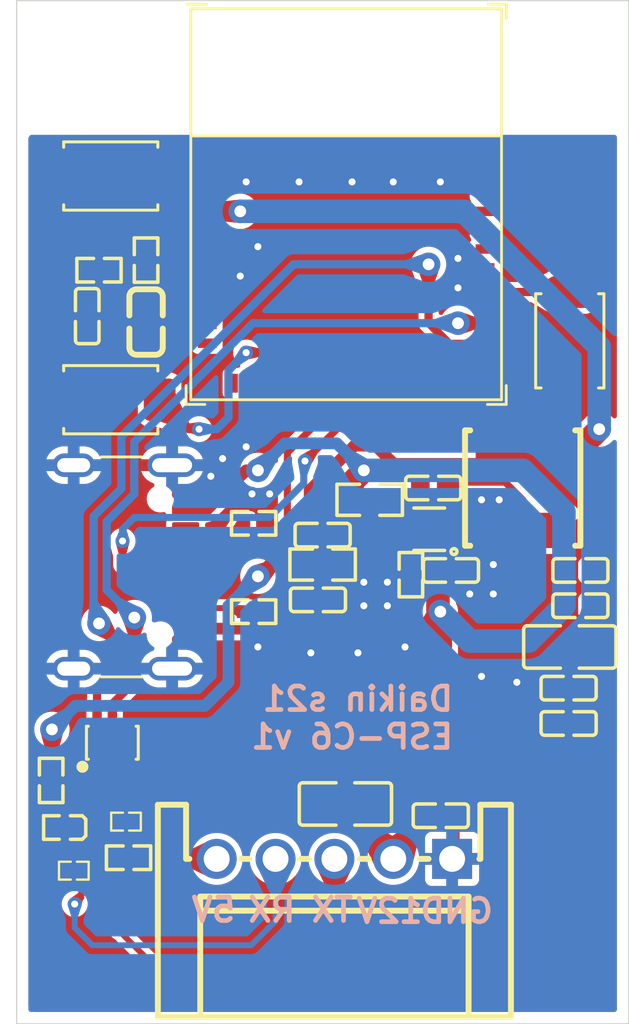
<source format=kicad_pcb>
(kicad_pcb (version 20241229) (generator "pcbnew") (generator_version "9.0")
  (layers (0 "F.Cu" signal) (2 "B.Cu" signal) (13 "F.Paste" user) (15 "B.Paste" user) (5 "F.SilkS" user "F.Silkscreen") (7 "B.SilkS" user "B.Silkscreen") (1 "F.Mask" user) (3 "B.Mask" user) (25 "Edge.Cuts" user))
  (net 0 "")
  (net 1 "Net-(BootSwitch1-A)")
  (net 2 "GND")
  (net 3 "Net-(ResetSwitch1-A)")
  (net 4 "Net-(U1-VBST)")
  (net 5 "Net-(U1-SW)")
  (net 6 "Net-(U1-VFB)")
  (net 8 "Net-(D4-K)")
  (net 9 "Net-(D4-A)")
  (net 10 "Net-(MatterSwitch1-A)")
  (net 11 "Net-(U2-EN{slash}CHIP_PU)")
  (net 12 "Net-(U1-EN)")
  (net 26 "Net-(U2-GPIO13{slash}USB_D+)")
  (net 36 "Net-(J1-Pin_5)")
  (net 37 "Net-(U2-GPIO12{slash}USB_D-)")
  (net 38 "/3.3V")
  (net 39 "/12V")
  (net 40 "/Pin 3")
  (net 41 "/TX")
  (net 42 "/RX")
  (net 44 "Net-(J2-CC2)")
  (net 45 "Net-(J2-CC1)")
  (footprint "JLCPCB:SW_TS-1088-AR02016" (layer "F.Cu") (at 61.5 81.5 180)
    (property "Reference" "BootSwitch1" (hide yes))
    (property "Value" "Tactile Button, 160gf" (hide yes))
    (pad "1" smd roundrect (at -2.075 0 180) (size 1.35 1.8) (layers "F.Cu" "F.Mask" "F.Paste") (roundrect_rratio 0.1851851852) (net 1 "Net-(BootSwitch1-A)"))
    (pad "2" smd roundrect (at 2.075 0 180) (size 1.35 1.8) (layers "F.Cu" "F.Mask" "F.Paste") (roundrect_rratio 0.1851851852) (net 2 "GND"))
  )
  (footprint "EasyEDA2kiCad:C0402" (layer "F.Cu") (at 81.45 90.25)
    (property "Reference" "C4" (hide yes))
    (property "Value" "100nF" (hide yes))
    (pad "1" smd rect (at -0.55 0) (size 0.79 0.54) (layers "F.Cu" "F.Mask" "F.Paste") (net 2 "GND"))
    (pad "2" smd rect (at 0.55 0) (size 0.79 0.54) (layers "F.Cu" "F.Mask" "F.Paste") (net 38 "/3.3V"))
  )
  (footprint "EasyEDA2kiCad:DFN1006-2L_L1.0-W0.6-P0.65-BI" (layer "F.Cu") (at 62.1475 99.4175 180)
    (property "Reference" "D2" (hide yes))
    (property "Value" "~" (hide yes))
    (pad "1" smd rect (at -0.32 0 180) (size 0.35 0.6) (layers "F.Cu" "F.Mask" "F.Paste") (net 2 "GND"))
    (pad "2" smd rect (at 0.32 0 180) (size 0.35 0.6) (layers "F.Cu" "F.Mask" "F.Paste") (net 40 "/Pin 3"))
  )
  (footprint "EasyEDA2kiCad:DFN1006-2L_L1.0-W0.6-P0.65-BI" (layer "F.Cu") (at 59.93 101.5)
    (property "Reference" "D3" (hide yes))
    (property "Value" "~" (hide yes))
    (pad "1" smd rect (at -0.32 0) (size 0.35 0.6) (layers "F.Cu" "F.Mask" "F.Paste") (net 2 "GND"))
    (pad "2" smd rect (at 0.32 0) (size 0.35 0.6) (layers "F.Cu" "F.Mask" "F.Paste") (net 8 "Net-(D4-K)"))
  )
  (footprint "EasyEDA2kiCad:SOT-363_L2.0-W1.3-P0.65-LS2.1-BR" (layer "F.Cu") (at 61.5675 96.0675 -90)
    (property "Reference" "Q1" (hide yes))
    (property "Value" "BSS138PS" (hide yes))
    (pad "1" smd rect (at 0.9 0.65) (size 0.4 0.9) (layers "F.Cu" "F.Mask" "F.Paste") (net 2 "GND"))
    (pad "2" smd rect (at 0.9 0) (size 0.4 0.9) (layers "F.Cu" "F.Mask" "F.Paste") (net 8 "Net-(D4-K)"))
    (pad "3" smd rect (at 0.9 -0.65) (size 0.4 0.9) (layers "F.Cu" "F.Mask" "F.Paste") (net 40 "/Pin 3"))
    (pad "4" smd rect (at -0.9 -0.65) (size 0.4 0.9) (layers "F.Cu" "F.Mask" "F.Paste") (net 2 "GND"))
    (pad "5" smd rect (at -0.9 0) (size 0.4 0.9) (layers "F.Cu" "F.Mask" "F.Paste") (net 41 "/TX"))
    (pad "6" smd rect (at -0.9 0.65) (size 0.4 0.9) (layers "F.Cu" "F.Mask" "F.Paste") (net 42 "/RX"))
  )
  (footprint "EasyEDA2kiCad:C0402" (layer "F.Cu") (at 75.2 85.25)
    (property "Reference" "C18" (hide yes))
    (property "Value" "100nF" (hide yes))
    (pad "1" smd rect (at -0.55 0) (size 0.79 0.54) (layers "F.Cu" "F.Mask" "F.Paste") (net 4 "Net-(U1-VBST)"))
    (pad "2" smd rect (at 0.55 0) (size 0.79 0.54) (layers "F.Cu" "F.Mask" "F.Paste") (net 5 "Net-(U1-SW)"))
  )
  (footprint "EasyEDA2kiCad:IND-SMD_L4.9-W4.9_NRS50XX" (layer "F.Cu") (at 79 85.25 90)
    (property "Reference" "L1" (hide yes))
    (property "Value" "4.7uH" (hide yes))
    (pad "1" smd rect (at -1.8 0 90) (size 1.5 4) (layers "F.Cu" "F.Mask" "F.Paste") (net 5 "Net-(U1-SW)"))
    (pad "2" smd rect (at 1.8 0 90) (size 1.5 4) (layers "F.Cu" "F.Mask" "F.Paste") (net 38 "/3.3V"))
  )
  (footprint "EasyEDA2kiCad:R0402" (layer "F.Cu") (at 67.57 86.75)
    (property "Reference" "R4" (hide yes))
    (property "Value" "5.1k" (hide yes))
    (pad "1" smd rect (at -0.43 0) (size 0.57 0.54) (layers "F.Cu" "F.Mask" "F.Paste") (net 45 "Net-(J2-CC1)"))
    (pad "2" smd rect (at 0.43 0) (size 0.57 0.54) (layers "F.Cu" "F.Mask" "F.Paste") (net 2 "GND"))
  )
  (footprint "EasyEDA2kiCad:C0805" (layer "F.Cu") (at 81 92 180)
    (property "Reference" "C15" (hide yes))
    (property "Value" "47uF 6V3" (hide yes))
    (pad "1" smd rect (at -1 0 180) (size 1.41 1.35) (layers "F.Cu" "F.Mask" "F.Paste") (net 38 "/3.3V"))
    (pad "2" smd rect (at 1 0 180) (size 1.41 1.35) (layers "F.Cu" "F.Mask" "F.Paste") (net 2 "GND"))
  )
  (footprint "EasyEDA2kiCad:R0402" (layer "F.Cu") (at 67.57 90.5)
    (property "Reference" "R7" (hide yes))
    (property "Value" "5.1k" (hide yes))
    (pad "1" smd rect (at -0.43 0) (size 0.57 0.54) (layers "F.Cu" "F.Mask" "F.Paste") (net 44 "Net-(J2-CC2)"))
    (pad "2" smd rect (at 0.43 0) (size 0.57 0.54) (layers "F.Cu" "F.Mask" "F.Paste") (net 2 "GND"))
  )
  (footprint "EasyEDA2kiCad:R0402" (layer "F.Cu") (at 58.9675 97.6675 -90)
    (property "Reference" "R2" (hide yes))
    (property "Value" "10k" (hide yes))
    (pad "1" smd rect (at -0.43 0 270) (size 0.57 0.54) (layers "F.Cu" "F.Mask" "F.Paste") (net 38 "/3.3V"))
    (pad "2" smd rect (at 0.43 0 270) (size 0.57 0.54) (layers "F.Cu" "F.Mask" "F.Paste") (net 9 "Net-(D4-A)"))
  )
  (footprint "EasyEDA2kiCad:R0402" (layer "F.Cu") (at 74.25 88.93 -90)
    (property "Reference" "R8" (hide yes))
    (property "Value" "33k 1%" (hide yes))
    (pad "1" smd rect (at -0.43 0 270) (size 0.57 0.54) (layers "F.Cu" "F.Mask" "F.Paste") (net 6 "Net-(U1-VFB)"))
    (pad "2" smd rect (at 0.43 0 270) (size 0.57 0.54) (layers "F.Cu" "F.Mask" "F.Paste") (net 2 "GND"))
  )
  (footprint "EasyEDA2kiCad:C0402" (layer "F.Cu") (at 81.45 88.75)
    (property "Reference" "C2" (hide yes))
    (property "Value" "100nF" (hide yes))
    (pad "1" smd rect (at -0.55 0) (size 0.79 0.54) (layers "F.Cu" "F.Mask" "F.Paste") (net 2 "GND"))
    (pad "2" smd rect (at 0.55 0) (size 0.79 0.54) (layers "F.Cu" "F.Mask" "F.Paste") (net 38 "/3.3V"))
  )
  (footprint "JLCPCB:SW_TS-1088-AR02016" (layer "F.Cu") (at 81 79 -90)
    (property "Reference" "MatterSwitch1" (hide yes))
    (property "Value" "Tactile Button, 160gf" (hide yes))
    (pad "1" smd roundrect (at -2.075 0 270) (size 1.35 1.8) (layers "F.Cu" "F.Mask" "F.Paste") (roundrect_rratio 0.1851851852) (net 10 "Net-(MatterSwitch1-A)"))
    (pad "2" smd roundrect (at 2.075 0 270) (size 1.35 1.8) (layers "F.Cu" "F.Mask" "F.Paste") (roundrect_rratio 0.1851851852) (net 2 "GND"))
  )
  (footprint "EasyEDA2kiCad:C0402" (layer "F.Cu") (at 80.95 93.75)
    (property "Reference" "C7" (hide yes))
    (property "Value" "100nF" (hide yes))
    (pad "1" smd rect (at -0.55 0) (size 0.79 0.54) (layers "F.Cu" "F.Mask" "F.Paste") (net 2 "GND"))
    (pad "2" smd rect (at 0.55 0) (size 0.79 0.54) (layers "F.Cu" "F.Mask" "F.Paste") (net 38 "/3.3V"))
  )
  (footprint "EasyEDA2kiCad:CONN-TH_S5B-EH-LF-SN" (layer "F.Cu") (at 71 101 180)
    (property "Reference" "J1" (hide yes))
    (property "Value" "1x5" (hide yes))
    (pad "1" thru_hole rect (at -5 0 180) (size 1.7 1.7) (drill 1.100023) (layers "*.Cu" "*.Mask") (net 2 "GND"))
    (pad "2" thru_hole circle (at -2.5 0 180) (size 1.7 1.7) (drill 1.100023) (layers "*.Cu" "*.Mask") (net 39 "/12V"))
    (pad "3" thru_hole circle (at 0 0 180) (size 1.7 1.7) (drill 1.100023) (layers "*.Cu" "*.Mask") (net 40 "/Pin 3"))
    (pad "4" thru_hole circle (at 2.5 0 180) (size 1.7 1.7) (drill 1.100023) (layers "*.Cu" "*.Mask") (net 8 "Net-(D4-K)"))
    (pad "5" thru_hole circle (at 5 0 180) (size 1.7 1.7) (drill 1.100023) (layers "*.Cu" "*.Mask") (net 36 "Net-(J1-Pin_5)"))
  )
  (footprint "EasyEDA2kiCad:C0402" (layer "F.Cu") (at 70.3 90 180)
    (property "Reference" "C1" (hide yes))
    (property "Value" "100nF" (hide yes))
    (pad "1" smd rect (at -0.55 0 180) (size 0.79 0.54) (layers "F.Cu" "F.Mask" "F.Paste") (net 2 "GND"))
    (pad "2" smd rect (at 0.55 0 180) (size 0.79 0.54) (layers "F.Cu" "F.Mask" "F.Paste") (net 38 "/3.3V"))
  )
  (footprint "EasyEDA2kiCad:C0402" (layer "F.Cu") (at 75.95 88.75)
    (property "Reference" "C16" (hide yes))
    (property "Value" "100nF 25V" (hide yes))
    (pad "1" smd rect (at -0.55 0) (size 0.79 0.54) (layers "F.Cu" "F.Mask" "F.Paste") (net 39 "/12V"))
    (pad "2" smd rect (at 0.55 0) (size 0.79 0.54) (layers "F.Cu" "F.Mask" "F.Paste") (net 2 "GND"))
  )
  (footprint "EasyEDA2kiCad:R0402" (layer "F.Cu") (at 61 76)
    (property "Reference" "R9" (hide yes))
    (property "Value" "220" (hide yes))
    (pad "1" smd rect (at -0.43 0) (size 0.57 0.54) (layers "F.Cu" "F.Mask" "F.Paste") (net 3 "Net-(ResetSwitch1-A)"))
    (pad "2" smd rect (at 0.43 0) (size 0.57 0.54) (layers "F.Cu" "F.Mask" "F.Paste") (net 11 "Net-(U2-EN{slash}CHIP_PU)"))
  )
  (footprint "EasyEDA2kiCad:SOT-5X3-6_L1.6-W1.2-P0.50-LS1.6-BR" (layer "F.Cu") (at 75.03 87)
    (property "Reference" "U1" (hide yes))
    (property "Value" "TPS562246" (hide yes))
    (pad "1" smd rect (at 0.72 0.5 90) (size 0.3 0.85) (layers "F.Cu" "F.Mask" "F.Paste") (net 39 "/12V"))
    (pad "2" smd rect (at 0.72 0 90) (size 0.3 0.85) (layers "F.Cu" "F.Mask" "F.Paste") (net 5 "Net-(U1-SW)"))
    (pad "3" smd rect (at 0.72 -0.5 90) (size 0.3 0.85) (layers "F.Cu" "F.Mask" "F.Paste") (net 2 "GND"))
    (pad "4" smd rect (at -0.72 -0.5 90) (size 0.3 0.85) (layers "F.Cu" "F.Mask" "F.Paste") (net 4 "Net-(U1-VBST)"))
    (pad "5" smd rect (at -0.72 0 90) (size 0.3 0.85) (layers "F.Cu" "F.Mask" "F.Paste") (net 12 "Net-(U1-EN)"))
    (pad "6" smd rect (at -0.72 0.5 90) (size 0.3 0.85) (layers "F.Cu" "F.Mask" "F.Paste") (net 6 "Net-(U1-VFB)"))
  )
  (footprint "Espressif:ESP32-C6-MINI-1" (layer "F.Cu") (at 71.5 73.2)
    (property "Reference" "U2" (hide yes))
    (property "Value" "ESP32-C6-MINI-1/U" (hide yes))
    (pad "1" smd rect (at -5.9 -1.3 90) (size 0.4 0.8) (layers "F.Cu" "F.Mask" "F.Paste") (net 2 "GND"))
    (pad "2" smd rect (at -5.9 -0.5 90) (size 0.4 0.8) (layers "F.Cu" "F.Mask" "F.Paste") (net 2 "GND"))
    (pad "3" smd rect (at -5.9 0.3 90) (size 0.4 0.8) (layers "F.Cu" "F.Mask" "F.Paste") (net 38 "/3.3V"))
    (pad "4" smd rect (at -5.9 1.1 90) (size 0.4 0.8) (layers "F.Cu" "F.Mask" "F.Paste"))
    (pad "5" smd rect (at -5.9 1.9 90) (size 0.4 0.8) (layers "F.Cu" "F.Mask" "F.Paste"))
    (pad "6" smd rect (at -5.9 2.7 90) (size 0.4 0.8) (layers "F.Cu" "F.Mask" "F.Paste"))
    (pad "7" smd rect (at -5.9 3.5 90) (size 0.4 0.8) (layers "F.Cu" "F.Mask" "F.Paste"))
    (pad "8" smd rect (at -5.9 4.3 90) (size 0.4 0.8) (layers "F.Cu" "F.Mask" "F.Paste") (net 11 "Net-(U2-EN{slash}CHIP_PU)"))
    (pad "9" smd rect (at -5.9 5.1 90) (size 0.4 0.8) (layers "F.Cu" "F.Mask" "F.Paste"))
    (pad "10" smd rect (at -5.9 5.9 90) (size 0.4 0.8) (layers "F.Cu" "F.Mask" "F.Paste"))
    (pad "11" smd rect (at -5.9 6.7 90) (size 0.4 0.8) (layers "F.Cu" "F.Mask" "F.Paste") (net 2 "GND"))
    (pad "12" smd rect (at -4.8 7.6) (size 0.4 0.8) (layers "F.Cu" "F.Mask" "F.Paste"))
    (pad "13" smd rect (at -4 7.6) (size 0.4 0.8) (layers "F.Cu" "F.Mask" "F.Paste"))
    (pad "14" smd rect (at -3.2 7.6) (size 0.4 0.8) (layers "F.Cu" "F.Mask" "F.Paste") (net 2 "GND"))
    (pad "15" smd rect (at -2.4 7.6) (size 0.4 0.8) (layers "F.Cu" "F.Mask" "F.Paste"))
    (pad "16" smd rect (at -1.6 7.6) (size 0.4 0.8) (layers "F.Cu" "F.Mask" "F.Paste"))
    (pad "17" smd rect (at -0.8 7.6) (size 0.4 0.8) (layers "F.Cu" "F.Mask" "F.Paste") (net 37 "Net-(U2-GPIO12{slash}USB_D-)"))
    (pad "18" smd rect (at 0 7.6) (size 0.4 0.8) (layers "F.Cu" "F.Mask" "F.Paste") (net 26 "Net-(U2-GPIO13{slash}USB_D+)"))
    (pad "19" smd rect (at 0.8 7.6) (size 0.4 0.8) (layers "F.Cu" "F.Mask" "F.Paste"))
    (pad "20" smd rect (at 1.6 7.6) (size 0.4 0.8) (layers "F.Cu" "F.Mask" "F.Paste"))
    (pad "21" smd rect (at 2.4 7.6) (size 0.4 0.8) (layers "F.Cu" "F.Mask" "F.Paste"))
    (pad "22" smd rect (at 3.2 7.6) (size 0.4 0.8) (layers "F.Cu" "F.Mask" "F.Paste"))
    (pad "23" smd rect (at 4 7.6) (size 0.4 0.8) (layers "F.Cu" "F.Mask" "F.Paste") (net 1 "Net-(BootSwitch1-A)"))
    (pad "24" smd rect (at 4.8 7.6) (size 0.4 0.8) (layers "F.Cu" "F.Mask" "F.Paste"))
    (pad "25" smd rect (at 5.9 6.7 90) (size 0.4 0.8) (layers "F.Cu" "F.Mask" "F.Paste"))
    (pad "26" smd rect (at 5.9 5.9 90) (size 0.4 0.8) (layers "F.Cu" "F.Mask" "F.Paste") (net 42 "/RX"))
    (pad "27" smd rect (at 5.9 5.1 90) (size 0.4 0.8) (layers "F.Cu" "F.Mask" "F.Paste") (net 41 "/TX"))
    (pad "28" smd rect (at 5.9 4.3 90) (size 0.4 0.8) (layers "F.Cu" "F.Mask" "F.Paste"))
    (pad "29" smd rect (at 5.9 3.5 90) (size 0.4 0.8) (layers "F.Cu" "F.Mask" "F.Paste") (net 10 "Net-(MatterSwitch1-A)"))
    (pad "30" smd rect (at 5.9 2.7 90) (size 0.4 0.8) (layers "F.Cu" "F.Mask" "F.Paste"))
    (pad "31" smd rect (at 5.9 1.9 90) (size 0.4 0.8) (layers "F.Cu" "F.Mask" "F.Paste"))
    (pad "32" smd rect (at 5.9 1.1 90) (size 0.4 0.8) (layers "F.Cu" "F.Mask" "F.Paste"))
    (pad "33" smd rect (at 5.9 0.3 90) (size 0.4 0.8) (layers "F.Cu" "F.Mask" "F.Paste"))
    (pad "34" smd rect (at 5.9 -0.5 90) (size 0.4 0.8) (layers "F.Cu" "F.Mask" "F.Paste"))
    (pad "35" smd rect (at 5.9 -1.3 90) (size 0.4 0.8) (layers "F.Cu" "F.Mask" "F.Paste"))
    (pad "36" smd rect (at 4.8 -2.2) (size 0.4 0.8) (layers "F.Cu" "F.Mask" "F.Paste") (net 2 "GND"))
    (pad "37" smd rect (at 4 -2.2) (size 0.4 0.8) (layers "F.Cu" "F.Mask" "F.Paste") (net 2 "GND"))
    (pad "38" smd rect (at 3.2 -2.2) (size 0.4 0.8) (layers "F.Cu" "F.Mask" "F.Paste") (net 2 "GND"))
    (pad "39" smd rect (at 2.4 -2.2) (size 0.4 0.8) (layers "F.Cu" "F.Mask" "F.Paste") (net 2 "GND"))
    (pad "40" smd rect (at 1.6 -2.2) (size 0.4 0.8) (layers "F.Cu" "F.Mask" "F.Paste") (net 2 "GND"))
    (pad "41" smd rect (at 0.8 -2.2) (size 0.4 0.8) (layers "F.Cu" "F.Mask" "F.Paste") (net 2 "GND"))
    (pad "42" smd rect (at 0 -2.2) (size 0.4 0.8) (layers "F.Cu" "F.Mask" "F.Paste") (net 2 "GND"))
    (pad "43" smd rect (at -0.8 -2.2) (size 0.4 0.8) (layers "F.Cu" "F.Mask" "F.Paste") (net 2 "GND"))
    (pad "44" smd rect (at -1.6 -2.2) (size 0.4 0.8) (layers "F.Cu" "F.Mask" "F.Paste") (net 2 "GND"))
    (pad "45" smd rect (at -2.4 -2.2) (size 0.4 0.8) (layers "F.Cu" "F.Mask" "F.Paste") (net 2 "GND"))
    (pad "46" smd rect (at -3.2 -2.2) (size 0.4 0.8) (layers "F.Cu" "F.Mask" "F.Paste") (net 2 "GND"))
    (pad "47" smd rect (at -4 -2.2) (size 0.4 0.8) (layers "F.Cu" "F.Mask" "F.Paste") (net 2 "GND"))
    (pad "48" smd rect (at -4.8 -2.2) (size 0.4 0.8) (layers "F.Cu" "F.Mask" "F.Paste") (net 2 "GND"))
    (pad "49" smd custom (at -1.975 0.725) (size 0.8 0.8) (layers "F.Cu" "F.Mask" "F.Paste") (net 2 "GND") (options (clearance outline) (anchor rect)) (primitives (gr_poly (pts (xy 0.725 0.725) (xy -0.725 0.725) (xy -0.725 -0.125) (xy -0.125 -0.725) (xy 0.725 -0.725)) (width 0) (fill yes))))
    (pad "49" smd rect (at -1.975 2.7 90) (size 1.45 1.45) (layers "F.Cu" "F.Mask" "F.Paste") (net 2 "GND"))
    (pad "49" smd rect (at -1.975 4.675 90) (size 1.45 1.45) (layers "F.Cu" "F.Mask" "F.Paste") (net 2 "GND"))
    (pad "49" smd rect (at 0 0.725 90) (size 1.45 1.45) (layers "F.Cu" "F.Mask" "F.Paste") (net 2 "GND"))
    (pad "49" smd rect (at 0 2.7 90) (size 1.45 1.45) (layers "F.Cu" "F.Mask" "F.Paste") (net 2 "GND"))
    (pad "49" smd rect (at 0 4.675 90) (size 1.45 1.45) (layers "F.Cu" "F.Mask" "F.Paste") (net 2 "GND"))
    (pad "49" smd rect (at 1.975 0.725 90) (size 1.45 1.45) (layers "F.Cu" "F.Mask" "F.Paste") (net 2 "GND"))
    (pad "49" smd rect (at 1.975 2.7 90) (size 1.45 1.45) (layers "F.Cu" "F.Mask" "F.Paste") (net 2 "GND"))
    (pad "49" smd rect (at 1.975 4.675 90) (size 1.45 1.45) (layers "F.Cu" "F.Mask" "F.Paste") (net 2 "GND"))
    (pad "50" smd rect (at 5.95 -2.25 90) (size 0.7 0.7) (layers "F.Cu" "F.Mask" "F.Paste") (net 2 "GND"))
    (pad "51" smd rect (at 5.95 7.65 90) (size 0.7 0.7) (layers "F.Cu" "F.Mask" "F.Paste") (net 2 "GND"))
    (pad "52" smd rect (at -5.95 7.65 90) (size 0.7 0.7) (layers "F.Cu" "F.Mask" "F.Paste") (net 2 "GND"))
    (pad "53" smd rect (at -5.95 -2.25 90) (size 0.7 0.7) (layers "F.Cu" "F.Mask" "F.Paste") (net 2 "GND"))
    (zone (net 0) (net_name "") (layers "F.Cu" "B.Cu") (name "antenna keepout") (connect_pads (clearance 0)) (min_thickness 0.254)
      (keepout (tracks not_allowed) (vias not_allowed) (pads not_allowed) (copperpour not_allowed) (footprints not_allowed))
      (fill (thermal_gap 0.508) (thermal_bridge_width 0.508))
      (polygon (pts (xy 78.1 70.3) (xy 64.9 70.3) (xy 64.9 64.9) (xy 78.1 64.9)))
    )
  )
  (footprint "EasyEDA2kiCad:R0603" (layer "F.Cu") (at 70.5 88.5)
    (property "Reference" "R6" (hide yes))
    (property "Value" "150k 1%" (hide yes))
    (pad "1" smd rect (at -0.75 0) (size 0.81 0.86) (layers "F.Cu" "F.Mask" "F.Paste") (net 38 "/3.3V"))
    (pad "2" smd rect (at 0.75 0) (size 0.81 0.86) (layers "F.Cu" "F.Mask" "F.Paste") (net 6 "Net-(U1-VFB)"))
  )
  (footprint "EasyEDA2kiCad:R0402" (layer "F.Cu") (at 62.255 100.95 180)
    (property "Reference" "R1" (hide yes))
    (property "Value" "10k" (hide yes))
    (pad "1" smd rect (at -0.43 0 180) (size 0.57 0.54) (layers "F.Cu" "F.Mask" "F.Paste") (net 36 "Net-(J1-Pin_5)"))
    (pad "2" smd rect (at 0.43 0 180) (size 0.57 0.54) (layers "F.Cu" "F.Mask" "F.Paste") (net 40 "/Pin 3"))
  )
  (footprint "EasyEDA2kiCad:C0402" (layer "F.Cu") (at 60.5 77.95 -90)
    (property "Reference" "C8" (hide yes))
    (property "Value" "100nF" (hide yes))
    (pad "1" smd rect (at -0.55 0 270) (size 0.79 0.54) (layers "F.Cu" "F.Mask" "F.Paste") (net 3 "Net-(ResetSwitch1-A)"))
    (pad "2" smd rect (at 0.55 0 270) (size 0.79 0.54) (layers "F.Cu" "F.Mask" "F.Paste") (net 2 "GND"))
  )
  (footprint "EasyEDA2kiCad:R0402" (layer "F.Cu") (at 63 75.57 -90)
    (property "Reference" "R3" (hide yes))
    (property "Value" "10K" (hide yes))
    (pad "1" smd rect (at -0.43 0 270) (size 0.57 0.54) (layers "F.Cu" "F.Mask" "F.Paste") (net 38 "/3.3V"))
    (pad "2" smd rect (at 0.43 0 270) (size 0.57 0.54) (layers "F.Cu" "F.Mask" "F.Paste") (net 11 "Net-(U2-EN{slash}CHIP_PU)"))
  )
  (footprint "EasyEDA2kiCad:C0603" (layer "F.Cu") (at 63 78.2 -90)
    (property "Reference" "C6" (hide yes))
    (property "Value" "1uF" (hide yes))
    (pad "1" smd rect (at -0.7 0 270) (size 0.8 0.9) (layers "F.Cu" "F.Mask" "F.Paste") (net 11 "Net-(U2-EN{slash}CHIP_PU)"))
    (pad "2" smd rect (at 0.7 0 270) (size 0.8 0.9) (layers "F.Cu" "F.Mask" "F.Paste") (net 2 "GND"))
  )
  (footprint "EasyEDA2kiCad:R0603" (layer "F.Cu") (at 72.5 85.75 180)
    (property "Reference" "R5" (hide yes))
    (property "Value" "150k 1%" (hide yes))
    (pad "1" smd rect (at -0.75 0 180) (size 0.81 0.86) (layers "F.Cu" "F.Mask" "F.Paste") (net 12 "Net-(U1-EN)"))
    (pad "2" smd rect (at 0.75 0 180) (size 0.81 0.86) (layers "F.Cu" "F.Mask" "F.Paste") (net 39 "/12V"))
  )
  (footprint "EasyEDA2kiCad:D0402" (layer "F.Cu") (at 59.5475 99.6675 180)
    (property "Reference" "D4" (hide yes))
    (property "Value" "D" (hide yes))
    (pad "1" smd rect (at -0.42 0 180) (size 0.51 0.55) (layers "F.Cu" "F.Mask" "F.Paste") (net 8 "Net-(D4-K)"))
    (pad "2" smd rect (at 0.42 0 180) (size 0.51 0.55) (layers "F.Cu" "F.Mask" "F.Paste") (net 9 "Net-(D4-A)"))
  )
  (footprint "JLCPCB:SW_TS-1088-AR02016" (layer "F.Cu") (at 61.5 72)
    (property "Reference" "ResetSwitch1" (hide yes))
    (property "Value" "Tactile Button, 160gf" (hide yes))
    (pad "1" smd roundrect (at -2.075 0) (size 1.35 1.8) (layers "F.Cu" "F.Mask" "F.Paste") (roundrect_rratio 0.1851851852) (net 3 "Net-(ResetSwitch1-A)"))
    (pad "2" smd roundrect (at 2.075 0) (size 1.35 1.8) (layers "F.Cu" "F.Mask" "F.Paste") (roundrect_rratio 0.1851851852) (net 2 "GND"))
  )
  (footprint "EasyEDA2kiCad:C0402" (layer "F.Cu") (at 70.5 87.25 180)
    (property "Reference" "C19" (hide yes))
    (property "Value" "18pF" (hide yes))
    (pad "1" smd rect (at -0.55 0 180) (size 0.79 0.54) (layers "F.Cu" "F.Mask" "F.Paste") (net 6 "Net-(U1-VFB)"))
    (pad "2" smd rect (at 0.55 0 180) (size 0.79 0.54) (layers "F.Cu" "F.Mask" "F.Paste") (net 38 "/3.3V"))
  )
  (footprint "EasyEDA2kiCad:C0402" (layer "F.Cu") (at 80.95 95.25)
    (property "Reference" "C5" (hide yes))
    (property "Value" "100nF" (hide yes))
    (pad "1" smd rect (at -0.55 0) (size 0.79 0.54) (layers "F.Cu" "F.Mask" "F.Paste") (net 2 "GND"))
    (pad "2" smd rect (at 0.55 0) (size 0.79 0.54) (layers "F.Cu" "F.Mask" "F.Paste") (net 38 "/3.3V"))
  )
  (footprint "EasyEDA2kiCad:C0402" (layer "F.Cu") (at 75.5175 99.1675)
    (property "Reference" "C3" (hide yes))
    (property "Value" "100nF 25V" (hide yes))
    (pad "1" smd rect (at -0.55 0) (size 0.79 0.54) (layers "F.Cu" "F.Mask" "F.Paste") (net 39 "/12V"))
    (pad "2" smd rect (at 0.55 0) (size 0.79 0.54) (layers "F.Cu" "F.Mask" "F.Paste") (net 2 "GND"))
  )
  (footprint "Connector_USB:USB_C_Receptacle_GCT_USB4105-xx-A_16P_TopMnt_Horizontal" (layer "F.Cu") (at 60.999293 88.6 -90)
    (property "Reference" "J2" (hide yes))
    (property "Value" "USB_C_Receptacle_USB2.0_16P" (hide yes))
    (pad "" np_thru_hole circle (at -2.89 -2.605 270) (size 0.65 0.65) (drill 0.65) (layers "*.Cu" "*.Mask"))
    (pad "" np_thru_hole circle (at 2.89 -2.605 270) (size 0.65 0.65) (drill 0.65) (layers "*.Cu" "*.Mask"))
    (pad "A1" smd roundrect (at -3.2 -3.68 270) (size 0.6 1.15) (layers "F.Cu" "F.Mask" "F.Paste") (net 2 "GND"))
    (pad "A4" smd roundrect (at -2.4 -3.68 270) (size 0.6 1.15) (layers "F.Cu" "F.Mask" "F.Paste") (net 39 "/12V"))
    (pad "A5" smd roundrect (at -1.25 -3.68 270) (size 0.3 1.15) (layers "F.Cu" "F.Mask" "F.Paste") (net 45 "Net-(J2-CC1)"))
    (pad "A6" smd roundrect (at -0.25 -3.68 270) (size 0.3 1.15) (layers "F.Cu" "F.Mask" "F.Paste") (net 26 "Net-(U2-GPIO13{slash}USB_D+)"))
    (pad "A7" smd roundrect (at 0.25 -3.68 270) (size 0.3 1.15) (layers "F.Cu" "F.Mask" "F.Paste") (net 37 "Net-(U2-GPIO12{slash}USB_D-)"))
    (pad "A8" smd roundrect (at 1.25 -3.68 270) (size 0.3 1.15) (layers "F.Cu" "F.Mask" "F.Paste"))
    (pad "A9" smd roundrect (at 2.4 -3.68 270) (size 0.6 1.15) (layers "F.Cu" "F.Mask" "F.Paste") (net 39 "/12V"))
    (pad "A12" smd roundrect (at 3.2 -3.68 270) (size 0.6 1.15) (layers "F.Cu" "F.Mask" "F.Paste") (net 2 "GND"))
    (pad "B1" smd roundrect (at 3.2 -3.68 270) (size 0.6 1.15) (layers "F.Cu" "F.Mask" "F.Paste") (net 2 "GND"))
    (pad "B4" smd roundrect (at 2.4 -3.68 270) (size 0.6 1.15) (layers "F.Cu" "F.Mask" "F.Paste") (net 39 "/12V"))
    (pad "B5" smd roundrect (at 1.75 -3.68 270) (size 0.3 1.15) (layers "F.Cu" "F.Mask" "F.Paste") (net 44 "Net-(J2-CC2)"))
    (pad "B6" smd roundrect (at 0.75 -3.68 270) (size 0.3 1.15) (layers "F.Cu" "F.Mask" "F.Paste") (net 26 "Net-(U2-GPIO13{slash}USB_D+)"))
    (pad "B7" smd roundrect (at -0.75 -3.68 270) (size 0.3 1.15) (layers "F.Cu" "F.Mask" "F.Paste") (net 37 "Net-(U2-GPIO12{slash}USB_D-)"))
    (pad "B8" smd roundrect (at -1.75 -3.68 270) (size 0.3 1.15) (layers "F.Cu" "F.Mask" "F.Paste"))
    (pad "B9" smd roundrect (at -2.4 -3.68 270) (size 0.6 1.15) (layers "F.Cu" "F.Mask" "F.Paste") (net 39 "/12V"))
    (pad "B12" smd roundrect (at -3.2 -3.68 270) (size 0.6 1.15) (layers "F.Cu" "F.Mask" "F.Paste") (net 2 "GND"))
    (pad "S1" thru_hole oval (at -4.32 -3.105 270) (size 1 2.1) (drill oval 0.6 1.7) (property pad_prop_heatsink) (layers "*.Cu" "*.Mask" "F.Paste") (net 2 "GND"))
    (pad "S1" thru_hole oval (at -4.32 1.075 270) (size 1 1.8) (drill oval 0.6 1.4) (property pad_prop_heatsink) (layers "*.Cu" "*.Mask" "F.Paste") (net 2 "GND"))
    (pad "S1" thru_hole oval (at 4.32 -3.105 270) (size 1 2.1) (drill oval 0.6 1.7) (property pad_prop_heatsink) (layers "*.Cu" "*.Mask" "F.Paste") (net 2 "GND"))
    (pad "S1" thru_hole oval (at 4.32 1.075 270) (size 1 1.8) (drill oval 0.6 1.4) (property pad_prop_heatsink) (layers "*.Cu" "*.Mask" "F.Paste") (net 2 "GND"))
  )
  (footprint "EasyEDA2kiCad:C0805" (layer "F.Cu") (at 71.4675 98.6675 180)
    (property "Reference" "C17" (hide yes))
    (property "Value" "22uF 25V" (hide yes))
    (pad "1" smd rect (at -1 0 180) (size 1.41 1.35) (layers "F.Cu" "F.Mask" "F.Paste") (net 39 "/12V"))
    (pad "2" smd rect (at 1 0 180) (size 1.41 1.35) (layers "F.Cu" "F.Mask" "F.Paste") (net 2 "GND"))
  )
  (gr_line (start 57.5 64.55) (end 57.5 108) (stroke (width 0.05)) (layer "Edge.Cuts"))
  (gr_line (start 83.5 108) (end 83.5 64.55) (stroke (width 0.05)) (layer "Edge.Cuts"))
  (gr_line (start 83.5 64.55) (end 57.5 64.55) (stroke (width 0.05)) (layer "Edge.Cuts"))
  (gr_line (start 57.5 108) (end 83.5 108) (stroke (width 0.05)) (layer "Edge.Cuts"))
  (gr_text "TX\n" (at 71.9 103.75 0) (layer "B.SilkS") (effects (font (size 1 1) (thickness 0.2) (bold yes)) (justify left bottom mirror)))
  (gr_text "GND" (at 77.85 103.8 0) (layer "B.SilkS") (effects (font (size 1 1) (thickness 0.2) (bold yes)) (justify left bottom mirror)))
  (gr_text "RX\n" (at 69.45 103.75 0) (layer "B.SilkS") (effects (font (size 1 1) (thickness 0.2) (bold yes)) (justify left bottom mirror)))
  (gr_text "12V" (at 74.85 103.8 0) (layer "B.SilkS") (effects (font (size 1 1) (thickness 0.2) (bold yes)) (justify left bottom mirror)))
  (gr_text "Daikin s21\nESP-C6 v1" (at 76.15 96.4 0) (layer "B.SilkS") (effects (font (size 1 1) (thickness 0.2) (bold yes)) (justify left bottom mirror)))
  (gr_text "5V\n" (at 66.9 103.75 0) (layer "B.SilkS") (effects (font (size 1 1) (thickness 0.2) (bold yes)) (justify left bottom mirror)))
  (segment (start 65.25 82.75) (end 64.825 82.75) (width 0.35) (layer "F.Cu") (net 1))
  (segment (start 67.25 79.5) (end 75 79.5) (width 0.35) (layer "F.Cu") (net 1))
  (segment (start 75 79.5) (end 75.5 80) (width 0.35) (layer "F.Cu") (net 1))
  (segment (start 64.825 82.75) (end 63.575 81.5) (width 0.35) (layer "F.Cu") (net 1))
  (segment (start 75.5 80) (end 75.5 80.8) (width 0.35) (layer "F.Cu") (net 1))
  (via (at 67.25 79.5) (size 0.6) (drill 0.3) (layers "F.Cu" "B.Cu") (net 1))
  (via (at 65.25 82.75) (size 0.6) (drill 0.3) (layers "F.Cu" "B.Cu") (net 1))
  (segment (start 66.5 80.25) (end 67.25 79.5) (width 0.35) (layer "B.Cu") (net 1))
  (segment (start 65.25 82.75) (end 66 82.75) (width 0.35) (layer "B.Cu") (net 1))
  (segment (start 66.5 82.25) (end 66.5 80.25) (width 0.35) (layer "B.Cu") (net 1))
  (segment (start 66 82.75) (end 66.5 82.25) (width 0.35) (layer "B.Cu") (net 1))
  (segment (start 76.0675 100.9325) (end 76 101) (width 0.5) (layer "F.Cu") (net 2))
  (segment (start 76.0675 99.1675) (end 76.0675 100.9325) (width 0.5) (layer "F.Cu") (net 2))
  (segment (start 81 81.075) (end 81 81.5) (width 0.2) (layer "F.Cu") (net 2))
  (via (at 78.75 93.5) (size 0.6) (drill 0.3) (layers "F.Cu" "B.Cu") (net 2))
  (via (at 73.5 72.25) (size 0.6) (drill 0.3) (layers "F.Cu" "B.Cu") (net 2))
  (via (at 76.25 75.5) (size 0.6) (drill 0.3) (layers "F.Cu" "B.Cu") (net 2))
  (via (at 73.25 90.25) (size 0.6) (drill 0.3) (layers "F.Cu" "B.Cu") (net 2))
  (via (at 72 92.25) (size 0.6) (drill 0.3) (layers "F.Cu" "B.Cu") (net 2))
  (via (at 76.25 76.75) (size 0.6) (drill 0.3) (layers "F.Cu" "B.Cu") (net 2))
  (via (at 67.75 75) (size 0.6) (drill 0.3) (layers "F.Cu" "B.Cu") (net 2))
  (via (at 67.25 72.25) (size 0.6) (drill 0.3) (layers "F.Cu" "B.Cu") (net 2))
  (via (at 72.25 90.25) (size 0.6) (drill 0.3) (layers "F.Cu" "B.Cu") (net 2))
  (via (at 74 92) (size 0.6) (drill 0.3) (layers "F.Cu" "B.Cu") (net 2))
  (via (at 71.75 72.25) (size 0.6) (drill 0.3) (layers "F.Cu" "B.Cu") (net 2))
  (via (at 65.75 84.75) (size 0.6) (drill 0.3) (layers "F.Cu" "B.Cu") (net 2))
  (via (at 67.75 92) (size 0.6) (drill 0.3) (layers "F.Cu" "B.Cu") (net 2))
  (via (at 75.5 72.25) (size 0.6) (drill 0.3) (layers "F.Cu" "B.Cu") (net 2))
  (via (at 72.25 89.25) (size 0.6) (drill 0.3) (layers "F.Cu" "B.Cu") (net 2))
  (via (at 70 92.25) (size 0.6) (drill 0.3) (layers "F.Cu" "B.Cu") (net 2))
  (via (at 67.5 85.5) (size 0.6) (drill 0.3) (layers "F.Cu" "B.Cu") (net 2))
  (via (at 68.25 85.5) (size 0.6) (drill 0.3) (layers "F.Cu" "B.Cu") (net 2))
  (via (at 67.25 83.5) (size 0.6) (drill 0.3) (layers "F.Cu" "B.Cu") (net 2))
  (via (at 66.25 84) (size 0.6) (drill 0.3) (layers "F.Cu" "B.Cu") (net 2))
  (via (at 76.75 89.75) (size 0.6) (drill 0.3) (layers "F.Cu" "B.Cu") (net 2))
  (via (at 77.75 89.75) (size 0.6) (drill 0.3) (layers "F.Cu" "B.Cu") (net 2))
  (via (at 78 85.75) (size 0.6) (drill 0.3) (layers "F.Cu" "B.Cu") (net 2))
  (via (at 77.25 93.25) (size 0.6) (drill 0.3) (layers "F.Cu" "B.Cu") (net 2))
  (via (at 67 76.25) (size 0.6) (drill 0.3) (layers "F.Cu" "B.Cu") (net 2))
  (via (at 77.75 88.5) (size 0.6) (drill 0.3) (layers "F.Cu" "B.Cu") (net 2))
  (via (at 77.25 85.75) (size 0.6) (drill 0.3) (layers "F.Cu" "B.Cu") (net 2))
  (via (at 73.25 89.25) (size 0.6) (drill 0.3) (layers "F.Cu" "B.Cu") (net 2))
  (via (at 69.5 72.25) (size 0.6) (drill 0.3) (layers "F.Cu" "B.Cu") (net 2))
  (segment (start 60.57 76) (end 60.57 73.145) (width 0.35) (layer "F.Cu") (net 3))
  (segment (start 60.57 76) (end 60.57 77.33) (width 0.35) (layer "F.Cu") (net 3))
  (segment (start 60.57 77.33) (end 60.5 77.4) (width 0.35) (layer "F.Cu") (net 3))
  (segment (start 60.57 73.145) (end 59.425 72) (width 0.35) (layer "F.Cu") (net 3))
  (segment (start 74.65 85.25) (end 74.65 86.134) (width 0.35) (layer "F.Cu") (net 4))
  (segment (start 74.65 86.134) (end 74.31 86.474) (width 0.35) (layer "F.Cu") (net 4))
  (segment (start 77.7 87) (end 77.75 87.05) (width 0.3) (layer "F.Cu") (net 5))
  (segment (start 79 85.75) (end 79 87.05) (width 0.3) (layer "F.Cu") (net 5))
  (segment (start 76 85) (end 78.25 85) (width 0.3) (layer "F.Cu") (net 5))
  (segment (start 78.95 87) (end 75.75 87) (width 0.25) (layer "F.Cu") (net 5))
  (segment (start 75.75 85.25) (end 76 85) (width 0.3) (layer "F.Cu") (net 5))
  (segment (start 78.25 85) (end 79 85.75) (width 0.3) (layer "F.Cu") (net 5))
  (segment (start 79 87.05) (end 78.95 87) (width 0.25) (layer "F.Cu") (net 5))
  (segment (start 73.534 87.476) (end 73.534 87.501) (width 0.3) (layer "F.Cu") (net 6))
  (segment (start 71.05 87.25) (end 71.3 87.5) (width 0.25) (layer "F.Cu") (net 6))
  (segment (start 71.25 88.5) (end 71.25 87.45) (width 0.3) (layer "F.Cu") (net 6))
  (segment (start 73.159834 87.25) (end 73.385834 87.476) (width 0.3) (layer "F.Cu") (net 6))
  (segment (start 71.05 87.25) (end 73.159834 87.25) (width 0.3) (layer "F.Cu") (net 6))
  (segment (start 73.534 87.501) (end 74.31 87.501) (width 0.3) (layer "F.Cu") (net 6))
  (segment (start 71.25 88.5) (end 74.25 88.5) (width 0.3) (layer "F.Cu") (net 6))
  (segment (start 73.385834 87.476) (end 73.534 87.476) (width 0.3) (layer "F.Cu") (net 6))
  (segment (start 74.25 88.5) (end 74.25 87.56) (width 0.3) (layer "F.Cu") (net 6))
  (segment (start 71.25 87.45) (end 71.05 87.25) (width 0.3) (layer "F.Cu") (net 6))
  (segment (start 74.25 87.56) (end 74.31 87.5) (width 0.3) (layer "F.Cu") (net 6))
  (segment (start 59.9675 102.9175) (end 60.25 102.635) (width 0.25) (layer "F.Cu") (net 8))
  (segment (start 61.5675 96.9675) (end 61.5675 97.5675) (width 0.25) (layer "F.Cu") (net 8))
  (segment (start 60.25 101.5) (end 60.25 99.95) (width 0.25) (layer "F.Cu") (net 8))
  (segment (start 60.25 102.635) (end 60.25 101.5) (width 0.25) (layer "F.Cu") (net 8))
  (segment (start 60.25 99.95) (end 59.9675 99.6675) (width 0.25) (layer "F.Cu") (net 8))
  (segment (start 61.5675 97.5675) (end 59.9675 99.1675) (width 0.25) (layer "F.Cu") (net 8))
  (segment (start 59.8575 99.7775) (end 59.9675 99.6675) (width 0.25) (layer "F.Cu") (net 8))
  (segment (start 59.9675 99.1675) (end 59.9675 99.6675) (width 0.25) (layer "F.Cu") (net 8))
  (via (at 59.9675 102.9175) (size 0.6) (drill 0.3) (layers "F.Cu" "B.Cu") (net 8))
  (segment (start 67.4675 104.6675) (end 60.7175 104.6675) (width 0.25) (layer "B.Cu") (net 8))
  (segment (start 59.9675 103.9175) (end 59.9675 102.9175) (width 0.25) (layer "B.Cu") (net 8))
  (segment (start 60.7175 104.6675) (end 59.9675 103.9175) (width 0.25) (layer "B.Cu") (net 8))
  (segment (start 68.5 101) (end 68.5 103.635) (width 0.25) (layer "B.Cu") (net 8))
  (segment (start 68.5 103.635) (end 67.4675 104.6675) (width 0.25) (layer "B.Cu") (net 8))
  (segment (start 59.1275 98.2575) (end 58.9675 98.0975) (width 0.25) (layer "F.Cu") (net 9))
  (segment (start 59.1275 99.6675) (end 59.1275 98.2575) (width 0.25) (layer "F.Cu") (net 9))
  (segment (start 77.4 76.7) (end 77.525 76.7) (width 0.35) (layer "F.Cu") (net 10))
  (segment (start 77.525 76.7) (end 77.75 76.925) (width 0.35) (layer "F.Cu") (net 10))
  (segment (start 77.75 76.925) (end 81 76.925) (width 0.35) (layer "F.Cu") (net 10))
  (segment (start 63 76) (end 63 77.5) (width 0.35) (layer "F.Cu") (net 11))
  (segment (start 63 77.5) (end 65.6 77.5) (width 0.35) (layer "F.Cu") (net 11))
  (segment (start 61.43 76) (end 63 76) (width 0.35) (layer "F.Cu") (net 11))
  (segment (start 73.25 85.75) (end 73.25 86.667) (width 0.25) (layer "F.Cu") (net 12))
  (segment (start 73.25 86.667) (end 73.583 87) (width 0.25) (layer "F.Cu") (net 12))
  (segment (start 73.583 87) (end 74.31 87) (width 0.25) (layer "F.Cu") (net 12))
  (segment (start 64.679293 89.35) (end 65.75 89.35) (width 0.3) (layer "F.Cu") (net 26))
  (segment (start 62 88.5) (end 62 87.5) (width 0.3) (layer "F.Cu") (net 26))
  (segment (start 66.15 88.95) (end 66.15 88.65) (width 0.3) (layer "F.Cu") (net 26))
  (segment (start 69.75 84.103738) (end 71.5 82.353738) (width 0.3) (layer "F.Cu") (net 26))
  (segment (start 62.85 89.35) (end 64.679293 89.35) (width 0.3) (layer "F.Cu") (net 26))
  (segment (start 62 88.5) (end 62.85 89.35) (width 0.3) (layer "F.Cu") (net 26))
  (segment (start 65.85 88.35) (end 64.679293 88.35) (width 0.3) (layer "F.Cu") (net 26))
  (segment (start 71.5 82.353738) (end 71.5 80.8) (width 0.3) (layer "F.Cu") (net 26))
  (segment (start 66.15 88.65) (end 65.85 88.35) (width 0.3) (layer "F.Cu") (net 26))
  (segment (start 65.75 89.35) (end 66.15 88.95) (width 0.3) (layer "F.Cu") (net 26))
  (via (at 69.75 84.103738) (size 0.6) (drill 0.3) (layers "F.Cu" "B.Cu") (net 26))
  (via (at 62 87.5) (size 0.6) (drill 0.3) (layers "F.Cu" "B.Cu") (net 26))
  (segment (start 69.698132 84.155606) (end 69.698132 85.051868) (width 0.3) (layer "B.Cu") (net 26))
  (segment (start 62 87) (end 62 87.5) (width 0.3) (layer "B.Cu") (net 26))
  (segment (start 69.698132 85.051868) (end 68.25 86.5) (width 0.3) (layer "B.Cu") (net 26))
  (segment (start 62.5 86.5) (end 62 87) (width 0.3) (layer "B.Cu") (net 26))
  (segment (start 68.25 86.5) (end 62.5 86.5) (width 0.3) (layer "B.Cu") (net 26))
  (segment (start 69.75 84.103738) (end 69.698132 84.155606) (width 0.3) (layer "B.Cu") (net 26))
  (segment (start 62.735 101) (end 62.685 100.95) (width 0.25) (layer "F.Cu") (net 36))
  (segment (start 62.685 100.95) (end 62.7175 100.9175) (width 0.2) (layer "F.Cu") (net 36))
  (segment (start 65.9175 100.9175) (end 66 101) (width 0.5) (layer "F.Cu") (net 36))
  (segment (start 66 101) (end 62.735 101) (width 0.25) (layer "F.Cu") (net 36))
  (segment (start 64.679293 88.85) (end 63.25 88.85) (width 0.3) (layer "F.Cu") (net 37))
  (segment (start 69 87.257) (end 68.407 87.85) (width 0.3) (layer "F.Cu") (net 37))
  (segment (start 63.25 88.85) (end 62.9 88.5) (width 0.3) (layer "F.Cu") (net 37))
  (segment (start 70.75 82) (end 69 83.75) (width 0.3) (layer "F.Cu") (net 37))
  (segment (start 68.407 87.85) (end 64.679293 87.85) (width 0.3) (layer "F.Cu") (net 37))
  (segment (start 62.9 88.2) (end 63.25 87.85) (width 0.3) (layer "F.Cu") (net 37))
  (segment (start 62.9 88.5) (end 62.9 88.2) (width 0.3) (layer "F.Cu") (net 37))
  (segment (start 70.75 80.85) (end 70.75 82) (width 0.3) (layer "F.Cu") (net 37))
  (segment (start 69 83.75) (end 69 87.257) (width 0.3) (layer "F.Cu") (net 37))
  (segment (start 63.25 87.85) (end 64.679293 87.85) (width 0.3) (layer "F.Cu") (net 37))
  (segment (start 70.7 80.8) (end 70.75 80.85) (width 0.3) (layer "F.Cu") (net 37))
  (segment (start 59 95.5) (end 59 97.205) (width 0.5) (layer "F.Cu") (net 38))
  (segment (start 81.55 83.45) (end 82.25 82.75) (width 1) (layer "F.Cu") (net 38))
  (segment (start 82 86.45) (end 82 88.75) (width 0.5) (layer "F.Cu") (net 38))
  (segment (start 69.75 88.5) (end 68.25 88.5) (width 0.5) (layer "F.Cu") (net 38))
  (segment (start 71.85 83.45) (end 72.75 83.45) (width 0.5) (layer "F.Cu") (net 38))
  (segment (start 68.25 88.5) (end 67.75 89) (width 0.5) (layer "F.Cu") (net 38))
  (segment (start 69.95 88.3) (end 69.75 88.5) (width 0.5) (layer "F.Cu") (net 38))
  (segment (start 64.64 73.5) (end 63 75.14) (width 0.5) (layer "F.Cu") (net 38))
  (segment (start 82 93.25) (end 81.5 93.75) (width 0.5) (layer "F.Cu") (net 38))
  (segment (start 79 83.45) (end 82 86.45) (width 0.5) (layer "F.Cu") (net 38))
  (segment (start 82 88.75) (end 82 90.25) (width 0.5) (layer "F.Cu") (net 38))
  (segment (start 65.6 73.5) (end 64.64 73.5) (width 0.5) (layer "F.Cu") (net 38))
  (segment (start 82 92) (end 82 93.25) (width 0.5) (layer "F.Cu") (net 38))
  (segment (start 78.224 84.226) (end 79 83.45) (width 0.5) (layer "F.Cu") (net 38))
  (segment (start 82 90.25) (end 82 92) (width 0.5) (layer "F.Cu") (net 38))
  (segment (start 67 73.5) (end 65.6 73.5) (width 0.8) (layer "F.Cu") (net 38))
  (segment (start 69.95 87.25) (end 69.95 88.3) (width 0.5) (layer "F.Cu") (net 38))
  (segment (start 79 83.45) (end 81.55 83.45) (width 1) (layer "F.Cu") (net 38))
  (segment (start 59 97.205) (end 58.9675 97.2375) (width 0.5) (layer "F.Cu") (net 38))
  (segment (start 81.5 93.75) (end 81.5 95.25) (width 0.5) (layer "F.Cu") (net 38))
  (segment (start 73.526 84.226) (end 78.224 84.226) (width 0.5) (layer "F.Cu") (net 38))
  (segment (start 69.75 88.5) (end 69.75 90) (width 0.5) (layer "F.Cu") (net 38))
  (segment (start 69.95 87.25) (end 69.95 85.35) (width 0.5) (layer "F.Cu") (net 38))
  (segment (start 69.95 85.35) (end 71.85 83.45) (width 0.5) (layer "F.Cu") (net 38))
  (segment (start 72.75 83.45) (end 73.526 84.226) (width 0.5) (layer "F.Cu") (net 38))
  (via (at 67 73.5) (size 1) (drill 0.5) (layers "F.Cu" "B.Cu") (net 38))
  (via (at 67.75 89) (size 1) (drill 0.5) (layers "F.Cu" "B.Cu") (net 38))
  (via (at 82.25 82.75) (size 1) (drill 0.5) (layers "F.Cu" "B.Cu") (net 38))
  (via (at 59 95.5) (size 1) (drill 0.5) (layers "F.Cu" "B.Cu") (net 38))
  (segment (start 60 94.5) (end 59 95.5) (width 0.5) (layer "B.Cu") (net 38))
  (segment (start 65.5 94.5) (end 66.5 93.5) (width 0.5) (layer "B.Cu") (net 38))
  (segment (start 66.5 90.25) (end 66.5 93.5) (width 0.5) (layer "B.Cu") (net 38))
  (segment (start 82.25 82.75) (end 82.25 79.25) (width 1) (layer "B.Cu") (net 38))
  (segment (start 60 94.5) (end 65.5 94.5) (width 0.5) (layer "B.Cu") (net 38))
  (segment (start 82.25 79.25) (end 76.5 73.5) (width 1) (layer "B.Cu") (net 38))
  (segment (start 67.75 89) (end 66.5 90.25) (width 0.5) (layer "B.Cu") (net 38))
  (segment (start 76.5 73.5) (end 67 73.5) (width 1) (layer "B.Cu") (net 38))
  (segment (start 72.4675 99.9675) (end 73.5 101) (width 1) (layer "F.Cu") (net 39))
  (segment (start 73.5 100.635) (end 73.5 101) (width 0.5) (layer "F.Cu") (net 39))
  (segment (start 67.25 84.5) (end 65.55 86.2) (width 0.5) (layer "F.Cu") (net 39))
  (segment (start 74.779 91.221) (end 65.529393 91.221) (width 0.5) (layer "F.Cu") (net 39))
  (segment (start 75.5 90.5) (end 75.4 90.4) (width 1) (layer "F.Cu") (net 39))
  (segment (start 75.5 90.5) (end 75.5 95.635) (width 1) (layer "F.Cu") (net 39))
  (segment (start 72.4675 98.6675) (end 72.4675 99.9675) (width 1) (layer "F.Cu") (net 39))
  (segment (start 71.75 85.75) (end 71.75 85) (width 1) (layer "F.Cu") (net 39))
  (segment (start 65.529393 91.221) (end 65.308393 91) (width 0.5) (layer "F.Cu") (net 39))
  (segment (start 74.779 91.221) (end 75.5 90.5) (width 0.5) (layer "F.Cu") (net 39))
  (segment (start 71.75 85) (end 72.25 84.5) (width 1) (layer "F.Cu") (net 39))
  (segment (start 74.9675 99.1675) (end 73.5 100.635) (width 0.5) (layer "F.Cu") (net 39))
  (segment (start 75.4 87.983) (end 75.504 87.879) (width 0.8) (layer "F.Cu") (net 39))
  (segment (start 75.504 87.751) (end 75.75 87.751) (width 0.8) (layer "F.Cu") (net 39))
  (segment (start 65.308393 91) (end 64.679293 91) (width 0.5) (layer "F.Cu") (net 39))
  (segment (start 65.55 86.2) (end 64.679293 86.2) (width 0.5) (layer "F.Cu") (net 39))
  (segment (start 73.7175 100.7825) (end 73.5 101) (width 1) (layer "F.Cu") (net 39))
  (segment (start 75.504 87.879) (end 75.504 87.751) (width 0.8) (layer "F.Cu") (net 39))
  (segment (start 75.5 95.635) (end 72.4675 98.6675) (width 1) (layer "F.Cu") (net 39))
  (segment (start 67.25 84.5) (end 67.75 84.5) (width 0.5) (layer "F.Cu") (net 39))
  (segment (start 75.4 90.4) (end 75.4 88.75) (width 1) (layer "F.Cu") (net 39))
  (segment (start 75.4 88.75) (end 75.4 87.983) (width 0.8) (layer "F.Cu") (net 39))
  (via (at 75.5 90.5) (size 1) (drill 0.5) (layers "F.Cu" "B.Cu") (net 39))
  (via (at 67.75 84.5) (size 1) (drill 0.5) (layers "F.Cu" "B.Cu") (net 39))
  (via (at 72.25 84.5) (size 1) (drill 0.5) (layers "F.Cu" "B.Cu") (net 39))
  (segment (start 79.25 91.75) (end 76.75 91.75) (width 1) (layer "B.Cu") (net 39))
  (segment (start 79 84.5) (end 80.75 86.25) (width 1) (layer "B.Cu") (net 39))
  (segment (start 68.897262 83.352738) (end 71.102738 83.352738) (width 0.5) (layer "B.Cu") (net 39))
  (segment (start 72.25 84.5) (end 73.75 84.5) (width 1) (layer "B.Cu") (net 39))
  (segment (start 67.75 84.5) (end 68.897262 83.352738) (width 0.5) (layer "B.Cu") (net 39))
  (segment (start 80.75 86.25) (end 80.75 90.25) (width 1) (layer "B.Cu") (net 39))
  (segment (start 71.102738 83.352738) (end 72.25 84.5) (width 0.5) (layer "B.Cu") (net 39))
  (segment (start 73.75 84.5) (end 79 84.5) (width 1) (layer "B.Cu") (net 39))
  (segment (start 76.75 91.75) (end 75.5 90.5) (width 1) (layer "B.Cu") (net 39))
  (segment (start 80.75 90.25) (end 79.25 91.75) (width 1) (layer "B.Cu") (net 39))
  (segment (start 61.825 100.95) (end 61.825 99.42) (width 0.25) (layer "F.Cu") (net 40))
  (segment (start 62.2175 96.9675) (end 62.2175 97.6675) (width 0.25) (layer "F.Cu") (net 40))
  (segment (start 62.2175 97.6675) (end 61.8275 98.0575) (width 0.25) (layer "F.Cu") (net 40))
  (segment (start 61.8425 104.0425) (end 61.825 104.06) (width 0.25) (layer "F.Cu") (net 40))
  (segment (start 61.8275 98.0575) (end 61.8275 99.4175) (width 0.25) (layer "F.Cu") (net 40))
  (segment (start 61.825 99.42) (end 61.8275 99.4175) (width 0.25) (layer "F.Cu") (net 40))
  (segment (start 71 101) (end 71 104.135) (width 0.25) (layer "F.Cu") (net 40))
  (segment (start 69.2175 105.9175) (end 63.7175 105.9175) (width 0.25) (layer "F.Cu") (net 40))
  (segment (start 63.7175 105.9175) (end 61.8425 104.0425) (width 0.25) (layer "F.Cu") (net 40))
  (segment (start 71 104.135) (end 69.2175 105.9175) (width 0.25) (layer "F.Cu") (net 40))
  (segment (start 61.825 104.06) (end 61.825 100.95) (width 0.25) (layer "F.Cu") (net 40))
  (segment (start 77.35 78.25) (end 77.4 78.3) (width 0.35) (layer "F.Cu") (net 41))
  (segment (start 61.5675 94.4155) (end 62.483 93.5) (width 0.35) (layer "F.Cu") (net 41))
  (segment (start 61.5675 95.1675) (end 61.5675 94.4155) (width 0.35) (layer "F.Cu") (net 41))
  (segment (start 62.483 93.5) (end 62.483 91.767) (width 0.35) (layer "F.Cu") (net 41))
  (segment (start 76.25 78.25) (end 77.35 78.25) (width 0.35) (layer "F.Cu") (net 41))
  (segment (start 62.5 91.75) (end 62.5 90.75) (width 0.35) (layer "F.Cu") (net 41))
  (segment (start 62.483 91.767) (end 62.5 91.75) (width 0.35) (layer "F.Cu") (net 41))
  (via (at 76.25 78.25) (size 1) (drill 0.5) (layers "F.Cu" "B.Cu") (net 41))
  (via (at 62.5 90.75) (size 1) (drill 0.5) (layers "F.Cu" "B.Cu") (net 41))
  (segment (start 67.543991 78.25) (end 62.5 83.293991) (width 0.35) (layer "B.Cu") (net 41))
  (segment (start 62.5 83.293991) (end 62.5 85.5) (width 0.35) (layer "B.Cu") (net 41))
  (segment (start 61.324 86.676) (end 61.324 89.574) (width 0.35) (layer "B.Cu") (net 41))
  (segment (start 61.324 89.574) (end 62.5 90.75) (width 0.35) (layer "B.Cu") (net 41))
  (segment (start 62.5 85.5) (end 61.324 86.676) (width 0.35) (layer "B.Cu") (net 41))
  (segment (start 76.25 78.25) (end 67.543991 78.25) (width 0.35) (layer "B.Cu") (net 41))
  (segment (start 61.75 91.75) (end 61 91) (width 0.35) (layer "F.Cu") (net 42))
  (segment (start 61.75 93) (end 61.75 91.75) (width 0.35) (layer "F.Cu") (net 42))
  (segment (start 75 75.75) (end 75 78.238852) (width 0.35) (layer "F.Cu") (net 42))
  (segment (start 60.9175 93.8325) (end 61.75 93) (width 0.35) (layer "F.Cu") (net 42))
  (segment (start 60.9175 95.1675) (end 60.9175 93.8325) (width 0.35) (layer "F.Cu") (net 42))
  (segment (start 77.374 79.126) (end 77.4 79.1) (width 0.35) (layer "F.Cu") (net 42))
  (segment (start 75 78.238852) (end 75.887148 79.126) (width 0.35) (layer "F.Cu") (net 42))
  (segment (start 75.887148 79.126) (end 77.374 79.126) (width 0.35) (layer "F.Cu") (net 42))
  (via (at 61 91) (size 1) (drill 0.5) (layers "F.Cu" "B.Cu") (net 42))
  (via (at 75 75.75) (size 1) (drill 0.5) (layers "F.Cu" "B.Cu") (net 42))
  (segment (start 69.264759 75.75) (end 75 75.75) (width 0.35) (layer "B.Cu") (net 42))
  (segment (start 61.949 83.065759) (end 69.264759 75.75) (width 0.35) (layer "B.Cu") (net 42))
  (segment (start 61.949 85.271768) (end 61.949 83.065759) (width 0.35) (layer "B.Cu") (net 42))
  (segment (start 60.773 90.773) (end 60.773 86.447768) (width 0.35) (layer "B.Cu") (net 42))
  (segment (start 61 91) (end 60.773 90.773) (width 0.35) (layer "B.Cu") (net 42))
  (segment (start 60.773 86.447768) (end 61.949 85.271768) (width 0.35) (layer "B.Cu") (net 42))
  (segment (start 67.14 90.5) (end 66.99 90.35) (width 0.25) (layer "F.Cu") (net 44))
  (segment (start 66.99 90.35) (end 64.679293 90.35) (width 0.25) (layer "F.Cu") (net 44))
  (segment (start 67.14 90.5) (end 67.14 90.49) (width 0.3) (layer "F.Cu") (net 44))
  (segment (start 66.54 87.35) (end 64.679293 87.35) (width 0.3) (layer "F.Cu") (net 45))
  (segment (start 67.14 86.75) (end 66.54 87.35) (width 0.3) (layer "F.Cu") (net 45))
  (zone (net 2) (net_name "GND") (layer "F.Cu") (name "GND") (connect_pads thru_hole_only (clearance 0.25)) (min_thickness 0.2) (fill yes (thermal_gap 0.3) (thermal_bridge_width 0.5))
    (polygon (pts (xy 58 70.3) (xy 83.5 70.3) (xy 83.5 107.5) (xy 58.25 107.5) (xy 58 107.25) (xy 58 70.25)))
  )
  (zone (net 2) (net_name "GND") (layer "B.Cu") (name "GND") (priority 1) (connect_pads thru_hole_only (clearance 0.25)) (min_thickness 0.2) (fill yes (thermal_gap 0.3) (thermal_bridge_width 0.5))
    (polygon (pts (xy 58 70.25) (xy 83.5 70.25) (xy 83.5 107.5) (xy 58 107.5) (xy 58 70.3) (xy 58.05 70.3) (xy 58.25 70.5)))
  )
)
</source>
